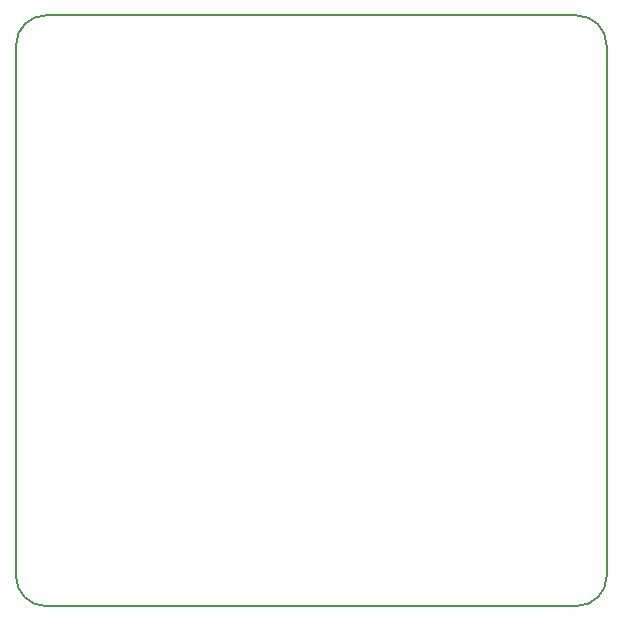
<source format=gko>
G04*
G04 #@! TF.GenerationSoftware,Altium Limited,Altium Designer,19.1.7 (138)*
G04*
G04 Layer_Color=16711935*
%FSLAX44Y44*%
%MOMM*%
G71*
G01*
G75*
%ADD13C,0.2000*%
D13*
X475000Y0D02*
G03*
X500000Y25000I0J25000D01*
G01*
X0D02*
G03*
X25000Y0I25000J0D01*
G01*
Y500000D02*
G03*
X0Y475000I0J-25000D01*
G01*
X500000D02*
G03*
X475000Y500000I-25000J0D01*
G01*
X0Y25000D02*
Y475000D01*
X25000Y0D02*
X475000D01*
X25000Y500000D02*
X475000D01*
X500000Y25000D02*
Y475000D01*
M02*

</source>
